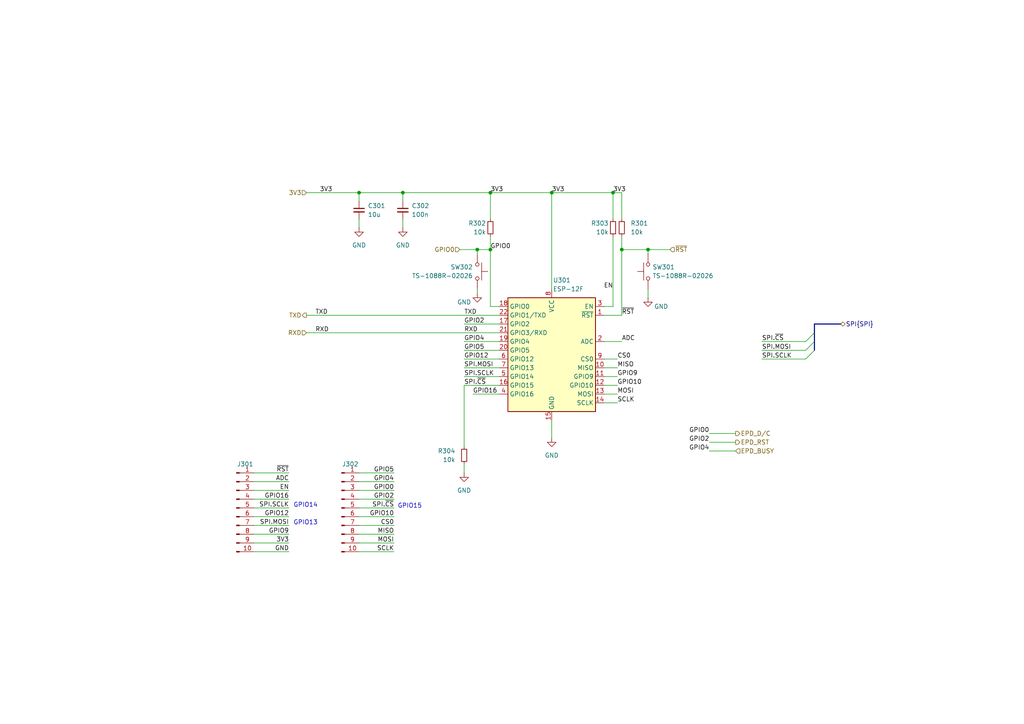
<source format=kicad_sch>
(kicad_sch (version 20231120) (generator "eeschema") (generator_version "8.0")
  (paper "A4")
  (lib_symbols
    (symbol "Connector:Conn_01x10_Pin" (pin_names (offset 1.016) hide)
      (property "Reference" "J" (at 0 12.7 0))
      (property "Value" "Conn_01x10_Pin" (at 0 -15.24 0))
      (symbol "Conn_01x10_Pin_1_1"
        (polyline (pts (xy 1.27 -12.7) (xy 0.8636 -12.7)) (stroke (width 0.1524)))
        (polyline (pts (xy 1.27 -10.16) (xy 0.8636 -10.16)) (stroke (width 0.1524)))
        (polyline (pts (xy 1.27 -7.62) (xy 0.8636 -7.62)) (stroke (width 0.1524)))
        (polyline (pts (xy 1.27 -5.08) (xy 0.8636 -5.08)) (stroke (width 0.1524)))
        (polyline (pts (xy 1.27 -2.54) (xy 0.8636 -2.54)) (stroke (width 0.1524)))
        (polyline (pts (xy 1.27 0) (xy 0.8636 0)) (stroke (width 0.1524)))
        (polyline (pts (xy 1.27 2.54) (xy 0.8636 2.54)) (stroke (width 0.1524)))
        (polyline (pts (xy 1.27 5.08) (xy 0.8636 5.08)) (stroke (width 0.1524)))
        (polyline (pts (xy 1.27 7.62) (xy 0.8636 7.62)) (stroke (width 0.1524)))
        (polyline (pts (xy 1.27 10.16) (xy 0.8636 10.16)) (stroke (width 0.1524)))
        (rectangle (start 0.8636 -12.573) (end 0 -12.827) (stroke (width 0.1524)) (fill (type outline)))
        (rectangle (start 0.8636 -10.033) (end 0 -10.287) (stroke (width 0.1524)) (fill (type outline)))
        (rectangle (start 0.8636 -7.493) (end 0 -7.747) (stroke (width 0.1524)) (fill (type outline)))
        (rectangle (start 0.8636 -4.953) (end 0 -5.207) (stroke (width 0.1524)) (fill (type outline)))
        (rectangle (start 0.8636 -2.413) (end 0 -2.667) (stroke (width 0.1524)) (fill (type outline)))
        (rectangle (start 0.8636 0.127) (end 0 -0.127) (stroke (width 0.1524)) (fill (type outline)))
        (rectangle (start 0.8636 2.667) (end 0 2.413) (stroke (width 0.1524)) (fill (type outline)))
        (rectangle (start 0.8636 5.207) (end 0 4.953) (stroke (width 0.1524)) (fill (type outline)))
        (rectangle (start 0.8636 7.747) (end 0 7.493) (stroke (width 0.1524)) (fill (type outline)))
        (rectangle (start 0.8636 10.287) (end 0 10.033) (stroke (width 0.1524)) (fill (type outline)))
        (pin passive line (at 5.08 10.16 180) (length 3.81) (name "Pin_1") (number "1"))
        (pin passive line (at 5.08 -12.7 180) (length 3.81) (name "Pin_10") (number "10"))
        (pin passive line (at 5.08 7.62 180) (length 3.81) (name "Pin_2") (number "2"))
        (pin passive line (at 5.08 5.08 180) (length 3.81) (name "Pin_3") (number "3"))
        (pin passive line (at 5.08 2.54 180) (length 3.81) (name "Pin_4") (number "4"))
        (pin passive line (at 5.08 0 180) (length 3.81) (name "Pin_5") (number "5"))
        (pin passive line (at 5.08 -2.54 180) (length 3.81) (name "Pin_6") (number "6"))
        (pin passive line (at 5.08 -5.08 180) (length 3.81) (name "Pin_7") (number "7"))
        (pin passive line (at 5.08 -7.62 180) (length 3.81) (name "Pin_8") (number "8"))
        (pin passive line (at 5.08 -10.16 180) (length 3.81) (name "Pin_9") (number "9"))
      )
    )
    (symbol "Device:C_Small" (pin_numbers hide) (pin_names (offset 0.254) hide)
      (property "Reference" "C" (at 0.254 1.778 0))
      (property "Value" "C_Small" (at 0.254 -2.032 0))
      (symbol "C_Small_0_1"
        (polyline (pts (xy -1.524 -0.508) (xy 1.524 -0.508)) (stroke (width 0.3302)))
        (polyline (pts (xy -1.524 0.508) (xy 1.524 0.508)) (stroke (width 0.3048)))
      )
      (symbol "C_Small_1_1"
        (pin passive line (at 0 2.54 270) (length 2.032) (name "~") (number "1"))
        (pin passive line (at 0 -2.54 90) (length 2.032) (name "~") (number "2"))
      )
    )
    (symbol "Device:R_Small" (pin_numbers hide) (pin_names (offset 0.254) hide)
      (property "Reference" "R" (at 0.762 0.508 0))
      (property "Value" "R_Small" (at 0.762 -1.016 0))
      (symbol "R_Small_0_1"
        (rectangle (start -0.762 1.778) (end 0.762 -1.778) (stroke (width 0.2032)))
      )
      (symbol "R_Small_1_1"
        (pin passive line (at 0 2.54 270) (length 0.762) (name "~") (number "1"))
        (pin passive line (at 0 -2.54 90) (length 0.762) (name "~") (number "2"))
      )
    )
    (symbol "Switch:SW_Push" (pin_numbers hide) (pin_names (offset 1.016) hide)
      (property "Reference" "SW" (at 1.27 2.54 0))
      (property "Value" "SW_Push" (at 0 -1.524 0))
      (symbol "SW_Push_0_1"
        (circle (center -2.032 0) (radius 0.508))
        (polyline (pts (xy 0 1.27) (xy 0 3.048)))
        (polyline (pts (xy 2.54 1.27) (xy -2.54 1.27)))
        (circle (center 2.032 0) (radius 0.508))
        (pin passive line (at -5.08 0 0) (length 2.54) (name "1") (number "1"))
        (pin passive line (at 5.08 0 180) (length 2.54) (name "2") (number "2"))
      )
    )
    (symbol "busbuddy:ESP-12F"
      (property "Reference" "U" (at -12.7 19.05 0))
      (property "Value" "ESP-12F" (at 12.7 19.05 0))
      (symbol "ESP-12F_0_1"
        (rectangle (start -12.7 17.78) (end 12.7 -15.24) (stroke (width 0.254)) (fill (type background)))
      )
      (symbol "ESP-12F_1_1"
        (pin input line (at -15.24 12.7 0) (length 2.54) (name "~{RST}") (number "1"))
        (pin bidirectional line (at -15.24 -2.54 0) (length 2.54) (name "MISO") (number "10"))
        (pin bidirectional line (at -15.24 -5.08 0) (length 2.54) (name "GPIO9") (number "11"))
        (pin bidirectional line (at -15.24 -7.62 0) (length 2.54) (name "GPIO10") (number "12"))
        (pin bidirectional line (at -15.24 -10.16 0) (length 2.54) (name "MOSI") (number "13"))
        (pin bidirectional line (at -15.24 -12.7 0) (length 2.54) (name "SCLK") (number "14"))
        (pin power_in line (at 0 -17.78 90) (length 2.54) (name "GND") (number "15"))
        (pin bidirectional line (at 15.24 -7.62 180) (length 2.54) (name "GPIO15") (number "16"))
        (pin bidirectional line (at 15.24 10.16 180) (length 2.54) (name "GPIO2") (number "17"))
        (pin bidirectional line (at 15.24 15.24 180) (length 2.54) (name "GPIO0") (number "18"))
        (pin bidirectional line (at 15.24 5.08 180) (length 2.54) (name "GPIO4") (number "19"))
        (pin input line (at -15.24 5.08 0) (length 2.54) (name "ADC") (number "2"))
        (pin bidirectional line (at 15.24 2.54 180) (length 2.54) (name "GPIO5") (number "20"))
        (pin bidirectional line (at 15.24 7.62 180) (length 2.54) (name "GPIO3/RXD") (number "21"))
        (pin bidirectional line (at 15.24 12.7 180) (length 2.54) (name "GPIO1/TXD") (number "22"))
        (pin input line (at -15.24 15.24 0) (length 2.54) (name "EN") (number "3"))
        (pin bidirectional line (at 15.24 -10.16 180) (length 2.54) (name "GPIO16") (number "4"))
        (pin bidirectional line (at 15.24 -5.08 180) (length 2.54) (name "GPIO14") (number "5"))
        (pin bidirectional line (at 15.24 0 180) (length 2.54) (name "GPIO12") (number "6"))
        (pin bidirectional line (at 15.24 -2.54 180) (length 2.54) (name "GPIO13") (number "7"))
        (pin power_in line (at 0 20.32 270) (length 2.54) (name "VCC") (number "8"))
        (pin input line (at -15.24 0 0) (length 2.54) (name "CS0") (number "9"))
      )
    )
    (symbol "power:GND" (power) (pin_numbers hide) (pin_names (offset 0) hide)
      (property "Value" "GND" (at 0 -3.81 0))
      (symbol "GND_0_1"
        (polyline (pts (xy 0 0) (xy 0 -1.27) (xy 1.27 -1.27) (xy 0 -2.54) (xy -1.27 -1.27) (xy 0 -1.27)))
      )
      (symbol "GND_1_1"
        (pin power_in line (at 0 0 270) (length 0) (name "~") (number "1"))
      )
    )
  )
  (junction (at 116.84 55.88))
  (junction (at 142.24 55.88))
  (junction (at 104.14 55.88))
  (junction (at 187.96 72.39))
  (junction (at 180.34 72.39))
  (junction (at 138.43 72.39))
  (junction (at 177.8 55.88))
  (junction (at 142.24 72.39))
  (junction (at 160.02 55.88))
  (bus_entry (at 233.68 101.6) (size 2.54 -2.54))
  (bus_entry (at 233.68 104.14) (size 2.54 -2.54))
  (bus_entry (at 233.68 99.06) (size 2.54 -2.54))
  (wire (pts (xy 83.82 144.78) (xy 73.66 144.78)))
  (wire (pts (xy 177.8 55.88) (xy 177.8 63.5)))
  (wire (pts (xy 142.24 88.9) (xy 144.78 88.9)))
  (wire (pts (xy 137.16 114.3) (xy 144.78 114.3)))
  (wire (pts (xy 104.14 55.88) (xy 116.84 55.88)))
  (wire (pts (xy 205.74 130.81) (xy 213.36 130.81)))
  (wire (pts (xy 88.9 91.44) (xy 144.78 91.44)))
  (wire (pts (xy 142.24 55.88) (xy 160.02 55.88)))
  (wire (pts (xy 175.26 104.14) (xy 179.07 104.14)))
  (wire (pts (xy 180.34 68.58) (xy 180.34 72.39)))
  (bus (pts (xy 236.22 99.06) (xy 236.22 101.6)))
  (wire (pts (xy 175.26 111.76) (xy 179.07 111.76)))
  (wire (pts (xy 134.62 111.76) (xy 144.78 111.76)))
  (bus (pts (xy 236.22 93.98) (xy 236.22 96.52)))
  (wire (pts (xy 83.82 147.32) (xy 73.66 147.32)))
  (wire (pts (xy 116.84 63.5) (xy 116.84 66.04)))
  (wire (pts (xy 160.02 127) (xy 160.02 121.92)))
  (wire (pts (xy 187.96 72.39) (xy 194.31 72.39)))
  (wire (pts (xy 114.3 137.16) (xy 104.14 137.16)))
  (wire (pts (xy 104.14 157.48) (xy 114.3 157.48)))
  (wire (pts (xy 116.84 55.88) (xy 142.24 55.88)))
  (wire (pts (xy 134.62 109.22) (xy 144.78 109.22)))
  (wire (pts (xy 180.34 55.88) (xy 180.34 63.5)))
  (wire (pts (xy 134.62 106.68) (xy 144.78 106.68)))
  (wire (pts (xy 138.43 72.39) (xy 142.24 72.39)))
  (wire (pts (xy 177.8 68.58) (xy 177.8 88.9)))
  (wire (pts (xy 104.14 63.5) (xy 104.14 66.04)))
  (wire (pts (xy 83.82 139.7) (xy 73.66 139.7)))
  (wire (pts (xy 104.14 55.88) (xy 104.14 58.42)))
  (wire (pts (xy 177.8 55.88) (xy 180.34 55.88)))
  (wire (pts (xy 133.35 72.39) (xy 138.43 72.39)))
  (wire (pts (xy 116.84 55.88) (xy 116.84 58.42)))
  (wire (pts (xy 177.8 88.9) (xy 175.26 88.9)))
  (wire (pts (xy 134.62 99.06) (xy 144.78 99.06)))
  (wire (pts (xy 205.74 128.27) (xy 213.36 128.27)))
  (wire (pts (xy 160.02 55.88) (xy 160.02 83.82)))
  (wire (pts (xy 134.62 111.76) (xy 134.62 129.54)))
  (wire (pts (xy 104.14 154.94) (xy 114.3 154.94)))
  (wire (pts (xy 83.82 152.4) (xy 73.66 152.4)))
  (bus (pts (xy 243.84 93.98) (xy 236.22 93.98)))
  (wire (pts (xy 175.26 109.22) (xy 179.07 109.22)))
  (wire (pts (xy 114.3 139.7) (xy 104.14 139.7)))
  (wire (pts (xy 160.02 55.88) (xy 177.8 55.88)))
  (wire (pts (xy 134.62 93.98) (xy 144.78 93.98)))
  (wire (pts (xy 138.43 85.09) (xy 138.43 83.82)))
  (wire (pts (xy 175.26 99.06) (xy 180.34 99.06)))
  (wire (pts (xy 180.34 72.39) (xy 180.34 91.44)))
  (wire (pts (xy 83.82 137.16) (xy 73.66 137.16)))
  (wire (pts (xy 104.14 142.24) (xy 114.3 142.24)))
  (wire (pts (xy 104.14 152.4) (xy 114.3 152.4)))
  (wire (pts (xy 220.98 101.6) (xy 233.68 101.6)))
  (wire (pts (xy 205.74 125.73) (xy 213.36 125.73)))
  (wire (pts (xy 73.66 154.94) (xy 83.82 154.94)))
  (bus (pts (xy 236.22 96.52) (xy 236.22 99.06)))
  (wire (pts (xy 175.26 116.84) (xy 179.07 116.84)))
  (wire (pts (xy 187.96 83.82) (xy 187.96 86.36)))
  (wire (pts (xy 104.14 149.86) (xy 114.3 149.86)))
  (wire (pts (xy 88.9 96.52) (xy 144.78 96.52)))
  (wire (pts (xy 83.82 142.24) (xy 73.66 142.24)))
  (wire (pts (xy 142.24 68.58) (xy 142.24 72.39)))
  (wire (pts (xy 180.34 72.39) (xy 187.96 72.39)))
  (wire (pts (xy 220.98 99.06) (xy 233.68 99.06)))
  (wire (pts (xy 138.43 72.39) (xy 138.43 73.66)))
  (wire (pts (xy 104.14 160.02) (xy 114.3 160.02)))
  (wire (pts (xy 142.24 72.39) (xy 142.24 88.9)))
  (wire (pts (xy 134.62 134.62) (xy 134.62 137.16)))
  (wire (pts (xy 83.82 160.02) (xy 73.66 160.02)))
  (wire (pts (xy 83.82 149.86) (xy 73.66 149.86)))
  (wire (pts (xy 187.96 72.39) (xy 187.96 73.66)))
  (wire (pts (xy 134.62 101.6) (xy 144.78 101.6)))
  (wire (pts (xy 175.26 114.3) (xy 179.07 114.3)))
  (wire (pts (xy 134.62 104.14) (xy 144.78 104.14)))
  (wire (pts (xy 175.26 106.68) (xy 179.07 106.68)))
  (wire (pts (xy 175.26 91.44) (xy 180.34 91.44)))
  (wire (pts (xy 142.24 55.88) (xy 142.24 63.5)))
  (wire (pts (xy 104.14 147.32) (xy 114.3 147.32)))
  (wire (pts (xy 83.82 157.48) (xy 73.66 157.48)))
  (wire (pts (xy 104.14 144.78) (xy 114.3 144.78)))
  (wire (pts (xy 88.9 55.88) (xy 104.14 55.88)))
  (wire (pts (xy 220.98 104.14) (xy 233.68 104.14)))
  (text "GPIO15" (at 115.316 147.574 0) (effects (font (size 1.27 1.27)) (justify left bottom)))
  (text "GPIO13" (at 85.09 152.4 0) (effects (font (size 1.27 1.27)) (justify left bottom)))
  (text "GPIO14" (at 85.09 147.32 0) (effects (font (size 1.27 1.27)) (justify left bottom)))
  (label "3V3" (at 142.24 55.88 0))
  (label "SPI.SCLK" (at 220.98 104.14 0))
  (label "GPIO0" (at 205.74 125.73 180))
  (label "SPI.MOSI" (at 83.82 152.4 180))
  (label "SPI.SCLK" (at 134.62 109.22 0))
  (label "SCLK" (at 114.3 160.02 180))
  (label "MISO" (at 179.07 106.68 0))
  (label "GPIO9" (at 83.82 154.94 180))
  (label "SCLK" (at 179.07 116.84 0))
  (label "SPI.MOSI" (at 134.62 106.68 0))
  (label "CS0" (at 114.3 152.4 180))
  (label "ADC" (at 83.82 139.7 180))
  (label "~{RST}" (at 180.34 91.44 0))
  (label "GPIO12" (at 134.62 104.14 0))
  (label "SPI.~{CS}" (at 220.98 99.06 0))
  (label "RXD" (at 91.44 96.52 0))
  (label "GPIO2" (at 134.62 93.98 0))
  (label "3V3" (at 160.02 55.88 0))
  (label "ADC" (at 180.34 99.06 0))
  (label "GPIO5" (at 134.62 101.6 0))
  (label "TXD" (at 91.44 91.44 0))
  (label "EN" (at 177.8 83.82 180))
  (label "GPIO2" (at 114.3 144.78 180))
  (label "EN" (at 83.82 142.24 180))
  (label "SPI.MOSI" (at 220.98 101.6 0))
  (label "GPIO10" (at 114.3 149.86 180))
  (label "3V3" (at 92.71 55.88 0))
  (label "RXD" (at 134.62 96.52 0))
  (label "GPIO4" (at 205.74 130.81 180))
  (label "SPI.~{CS}" (at 134.62 111.76 0))
  (label "GND" (at 83.82 160.02 180))
  (label "CS0" (at 179.07 104.14 0))
  (label "GPIO4" (at 114.3 139.7 180))
  (label "GPIO9" (at 179.07 109.22 0))
  (label "GPIO12" (at 83.82 149.86 180))
  (label "GPIO16" (at 83.82 144.78 180))
  (label "SPI.SCLK" (at 83.82 147.32 180))
  (label "TXD" (at 134.62 91.44 0))
  (label "GPIO4" (at 134.62 99.06 0))
  (label "MISO" (at 114.3 154.94 180))
  (label "GPIO10" (at 179.07 111.76 0))
  (label "3V3" (at 83.82 157.48 180))
  (label "GPIO0" (at 142.24 72.39 0))
  (label "GPIO16" (at 137.16 114.3 0))
  (label "GPIO2" (at 205.74 128.27 180))
  (label "~{RST}" (at 83.82 137.16 180))
  (label "GPIO0" (at 114.3 142.24 180))
  (label "GPIO5" (at 114.3 137.16 180))
  (label "MOSI" (at 179.07 114.3 0))
  (label "3V3" (at 177.8 55.88 0))
  (label "MOSI" (at 114.3 157.48 180))
  (label "SPI.~{CS}" (at 114.3 147.32 180))
  (hierarchical_label "EPD_D{slash}C" (shape output) (at 213.36 125.73 0))
  (hierarchical_label "3V3" (shape input) (at 88.9 55.88 180))
  (hierarchical_label "EPD_BUSY" (shape input) (at 213.36 130.81 0))
  (hierarchical_label "~{RST}" (shape input) (at 194.31 72.39 0))
  (hierarchical_label "GPIO0" (shape input) (at 133.35 72.39 180))
  (hierarchical_label "TXD" (shape output) (at 88.9 91.44 180))
  (hierarchical_label "EPD_RST" (shape output) (at 213.36 128.27 0))
  (hierarchical_label "SPI{SPI}" (shape bidirectional) (at 243.84 93.98 0))
  (hierarchical_label "RXD" (shape input) (at 88.9 96.52 180))
  (symbol (lib_id "power:GND") (at 116.84 66.04 0) (unit 1)
    (property "Reference" "#PWR0304" (effects (hide yes)))
    (property "Value" "GND" (at 116.84 71.12 0))
    (property "Description" "Power symbol creates a global label with name \"GND\" , ground" (effects (hide yes)))
  )
  (symbol (lib_id "power:GND") (at 134.62 137.16 0) (mirror y) (unit 1)
    (property "Reference" "#PWR0309" (effects (hide yes)))
    (property "Value" "GND" (at 134.62 142.24 0))
    (property "Description" "Power symbol creates a global label with name \"GND\" , ground" (effects (hide yes)))
  )
  (symbol (lib_id "Device:C_Small") (at 116.84 60.96 0) (unit 1)
    (property "Reference" "C302" (at 119.38 59.6963 0) (effects (justify left)))
    (property "Value" "100n" (at 119.38 62.2363 0) (effects (justify left)))
    (property "Footprint" "Capacitor_SMD:C_0805_2012Metric" (effects (hide yes)))
    (property "Description" "Unpolarized capacitor, small symbol" (effects (hide yes)))
    (property "Dielectric" "X7R" (effects (hide yes)))
    (property "LCSC Part Number" "C38141" (effects (hide yes)))
    (property "Line 1" "${Rated Voltage} / ${Tolerance}" (effects (hide yes)))
    (property "Line 2" "${Dielectric} / ${Package}" (effects (hide yes)))
    (property "MPN" "0805B104K500NT" (effects (hide yes)))
    (property "Manufacturer" "FH (Guangdong Fenghua Advanced Tech)" (effects (hide yes)))
    (property "Package" "0805" (effects (hide yes)))
    (property "Rated Voltage" "50V" (effects (hide yes)))
    (property "Tolerance" "10%" (effects (hide yes)))
  )
  (symbol (lib_id "Device:C_Small") (at 104.14 60.96 0) (unit 1)
    (property "Reference" "C301" (at 106.68 59.6963 0) (effects (justify left)))
    (property "Value" "10u" (at 106.68 62.2363 0) (effects (justify left)))
    (property "Footprint" "Capacitor_SMD:C_0805_2012Metric" (effects (hide yes)))
    (property "Description" "Unpolarized capacitor, small symbol" (effects (hide yes)))
    (property "Dielectric" "X7R" (effects (hide yes)))
    (property "LCSC Part Number" "C5189822" (effects (hide yes)))
    (property "Line 1" "${Tolerance} / ${Rated Voltage}" (effects (hide yes)))
    (property "Line 2" "${Dielectric} / ${Package}" (effects (hide yes)))
    (property "MPN" "CS2012X7R106M100NRE" (effects (hide yes)))
    (property "Manufacturer" "Samwha Capacitor" (effects (hide yes)))
    (property "Package" "0805" (effects (hide yes)))
    (property "Rated Voltage" "10V" (effects (hide yes)))
    (property "Tolerance" "20%" (effects (hide yes)))
  )
  (symbol (lib_id "power:GND") (at 160.02 127 0) (mirror y) (unit 1)
    (property "Reference" "#PWR0308" (effects (hide yes)))
    (property "Value" "GND" (at 160.02 132.08 0))
    (property "Description" "Power symbol creates a global label with name \"GND\" , ground" (effects (hide yes)))
  )
  (symbol (lib_id "Connector:Conn_01x10_Pin") (at 99.06 147.32 0) (unit 1)
    (property "Reference" "J302" (at 101.6 134.62 0))
    (property "Value" "Conn_01x10_Pin" (effects (hide yes)))
    (property "Footprint" "Connector_PinHeader_2.54mm:PinHeader_1x10_P2.54mm_Vertical" (effects (hide yes)))
    (property "Description" "Generic connector, single row, 01x10, script generated" (effects (hide yes)))
  )
  (symbol (lib_id "Connector:Conn_01x10_Pin") (at 68.58 147.32 0) (unit 1)
    (property "Reference" "J301" (at 71.12 134.62 0))
    (property "Value" "Conn_01x05_Pin" (effects (hide yes)))
    (property "Footprint" "Connector_PinHeader_2.54mm:PinHeader_1x10_P2.54mm_Vertical" (effects (hide yes)))
    (property "Description" "Generic connector, single row, 01x10, script generated" (effects (hide yes)))
  )
  (symbol (lib_id "Device:R_Small") (at 134.62 132.08 0) (mirror y) (unit 1)
    (property "Reference" "R304" (at 132.08 130.81 0) (effects (justify left)))
    (property "Value" "10k" (at 132.08 133.35 0) (effects (justify left)))
    (property "Footprint" "Resistor_SMD:R_0805_2012Metric" (effects (hide yes)))
    (property "Description" "Resistor, small symbol" (effects (hide yes)))
    (property "LCSC Part Number" "C17414" (effects (hide yes)))
    (property "Line 1" "${Tolerance} / ${Power}" (effects (hide yes)))
    (property "Line 2" "${Package}" (effects (hide yes)))
    (property "MPN" "0805W8F1002T5E" (effects (hide yes)))
    (property "Manufacturer" "UNI-ROYAL(Uniroyal Elec)" (effects (hide yes)))
    (property "Package" "0805" (effects (hide yes)))
    (property "Power" "125mW" (effects (hide yes)))
    (property "Tolerance" "1%" (effects (hide yes)))
  )
  (symbol (lib_id "power:GND") (at 104.14 66.04 0) (unit 1)
    (property "Reference" "#PWR0303" (effects (hide yes)))
    (property "Value" "GND" (at 104.14 71.12 0))
    (property "Description" "Power symbol creates a global label with name \"GND\" , ground" (effects (hide yes)))
  )
  (symbol (lib_id "Device:R_Small") (at 142.24 66.04 0) (mirror y) (unit 1)
    (property "Reference" "R302" (at 140.97 64.77 0) (effects (justify left)))
    (property "Value" "10k" (at 140.97 67.31 0) (effects (justify left)))
    (property "Footprint" "Resistor_SMD:R_0805_2012Metric" (effects (hide yes)))
    (property "Description" "Resistor, small symbol" (effects (hide yes)))
    (property "LCSC Part Number" "C17414" (effects (hide yes)))
    (property "Line 1" "${Tolerance} / ${Power}" (effects (hide yes)))
    (property "Line 2" "${Package}" (effects (hide yes)))
    (property "MPN" "0805W8F1002T5E" (effects (hide yes)))
    (property "Manufacturer" "UNI-ROYAL(Uniroyal Elec)" (effects (hide yes)))
    (property "Package" "0805" (effects (hide yes)))
    (property "Power" "125mW" (effects (hide yes)))
    (property "Tolerance" "1%" (effects (hide yes)))
  )
  (symbol (lib_id "power:GND") (at 187.96 86.36 0) (unit 1)
    (property "Reference" "#PWR0310" (effects (hide yes)))
    (property "Value" "GND" (at 191.77 88.9 0))
    (property "Description" "Power symbol creates a global label with name \"GND\" , ground" (effects (hide yes)))
  )
  (symbol (lib_id "power:GND") (at 138.43 85.09 0) (mirror y) (unit 1)
    (property "Reference" "#PWR0301" (effects (hide yes)))
    (property "Value" "GND" (at 134.62 87.63 0))
    (property "Description" "Power symbol creates a global label with name \"GND\" , ground" (effects (hide yes)))
  )
  (symbol (lib_id "Device:R_Small") (at 177.8 66.04 180) (unit 1)
    (property "Reference" "R303" (at 176.53 64.77 0) (effects (justify left)))
    (property "Value" "10k" (at 176.53 67.31 0) (effects (justify left)))
    (property "Footprint" "Resistor_SMD:R_0805_2012Metric" (effects (hide yes)))
    (property "Description" "Resistor, small symbol" (effects (hide yes)))
    (property "LCSC Part Number" "C17414" (effects (hide yes)))
    (property "Line 1" "${Tolerance} / ${Power}" (effects (hide yes)))
    (property "Line 2" "${Package}" (effects (hide yes)))
    (property "MPN" "0805W8F1002T5E" (effects (hide yes)))
    (property "Manufacturer" "UNI-ROYAL(Uniroyal Elec)" (effects (hide yes)))
    (property "Package" "0805" (effects (hide yes)))
    (property "Power" "125mW" (effects (hide yes)))
    (property "Tolerance" "1%" (effects (hide yes)))
  )
  (symbol (lib_id "busbuddy:ESP-12F") (at 160.02 104.14 0) (mirror y) (unit 1)
    (property "Reference" "U301" (at 160.3659 81.28 0) (effects (justify right)))
    (property "Value" "ESP-12F" (at 160.3659 83.82 0) (effects (justify right)))
    (property "Footprint" "RF_Module:ESP-12E" (effects (hide yes)))
    (property "Datasheet" "http://wiki.ai-thinker.com/_media/esp8266/esp8266_series_modules_user_manual_v1.1.pdf" (effects (hide yes)))
    (property "Description" "802.11 b/g/n Wi-Fi Module" (effects (hide yes)))
    (property "LCSC Part Number" "C82891" (effects (hide yes)))
    (property "MPN" "ESP-12F(ESP8266MOD)" (effects (hide yes)))
    (property "Manufacturer" "Ai-Thinker" (effects (hide yes)))
  )
  (symbol (lib_id "Switch:SW_Push") (at 138.43 78.74 270) (mirror x) (unit 1)
    (property "Reference" "SW302" (at 137.16 77.47 90) (effects (justify right)))
    (property "Value" "TS-1088R-02026" (at 137.16 80.01 90) (effects (justify right)))
    (property "Footprint" "busbuddy:TS-1088R-02026_SW_SMD_3x4mm" (effects (hide yes)))
    (property "Description" "Push button switch, generic, two pins" (effects (hide yes)))
    (property "LCSC Part Number" "C455280" (effects (hide yes)))
    (property "MPN" "TS-1088R-02026" (effects (hide yes)))
    (property "Manufacturer" "XUNPU" (effects (hide yes)))
  )
  (symbol (lib_id "Device:R_Small") (at 180.34 66.04 0) (mirror x) (unit 1)
    (property "Reference" "R301" (at 182.88 64.77 0) (effects (justify left)))
    (property "Value" "10k" (at 182.88 67.31 0) (effects (justify left)))
    (property "Footprint" "Resistor_SMD:R_0805_2012Metric" (effects (hide yes)))
    (property "Description" "Resistor, small symbol" (effects (hide yes)))
    (property "LCSC Part Number" "C17414" (effects (hide yes)))
    (property "Line 1" "${Tolerance} / ${Power}" (effects (hide yes)))
    (property "Line 2" "${Package}" (effects (hide yes)))
    (property "MPN" "0805W8F1002T5E" (effects (hide yes)))
    (property "Manufacturer" "UNI-ROYAL(Uniroyal Elec)" (effects (hide yes)))
    (property "Package" "0805" (effects (hide yes)))
    (property "Power" "125mW" (effects (hide yes)))
    (property "Tolerance" "1%" (effects (hide yes)))
  )
  (symbol (lib_id "Switch:SW_Push") (at 187.96 78.74 90) (unit 1)
    (property "Reference" "SW301" (at 189.23 77.47 90) (effects (justify right)))
    (property "Value" "TS-1088R-02026" (at 189.23 80.01 90) (effects (justify right)))
    (property "Footprint" "busbuddy:TS-1088R-02026_SW_SMD_3x4mm" (effects (hide yes)))
    (property "Description" "Push button switch, generic, two pins" (effects (hide yes)))
    (property "LCSC Part Number" "C455280" (effects (hide yes)))
    (property "MPN" "TS-1088R-02026" (effects (hide yes)))
    (property "Manufacturer" "XUNPU" (effects (hide yes)))
  )
)
</source>
